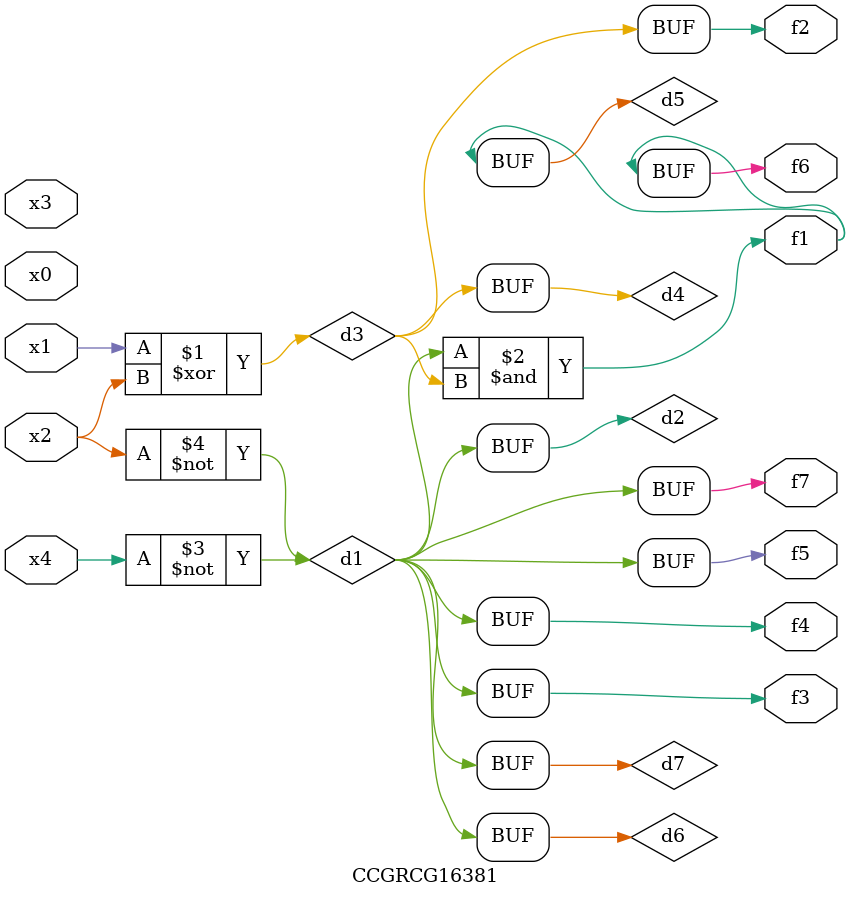
<source format=v>
module CCGRCG16381(
	input x0, x1, x2, x3, x4,
	output f1, f2, f3, f4, f5, f6, f7
);

	wire d1, d2, d3, d4, d5, d6, d7;

	not (d1, x4);
	not (d2, x2);
	xor (d3, x1, x2);
	buf (d4, d3);
	and (d5, d1, d3);
	buf (d6, d1, d2);
	buf (d7, d2);
	assign f1 = d5;
	assign f2 = d4;
	assign f3 = d7;
	assign f4 = d7;
	assign f5 = d7;
	assign f6 = d5;
	assign f7 = d7;
endmodule

</source>
